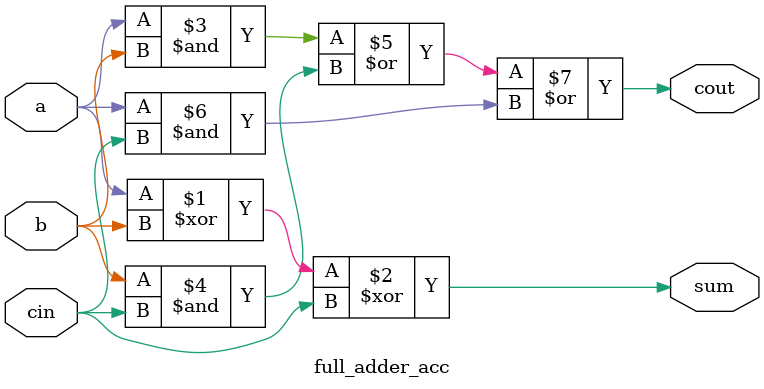
<source format=v>
module full_adder_acc(
    input  wire a,
    input  wire b,
    input  wire cin,
    output wire cout,
    output wire sum
);
    assign sum = a ^ b ^ cin;
    assign cout = (a & b) | (b & cin) | (a & cin);

endmodule
</source>
